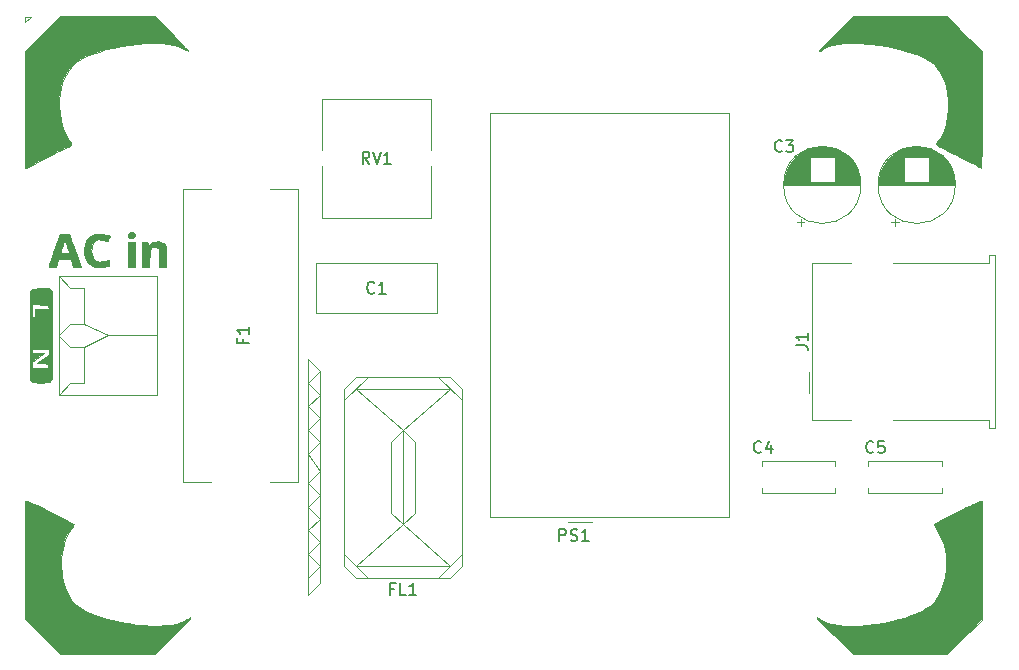
<source format=gbr>
%TF.GenerationSoftware,KiCad,Pcbnew,(5.1.7)-1*%
%TF.CreationDate,2021-03-19T19:43:08+01:00*%
%TF.ProjectId,LowNoise5V,4c6f774e-6f69-4736-9535-562e6b696361,rev?*%
%TF.SameCoordinates,Original*%
%TF.FileFunction,Legend,Top*%
%TF.FilePolarity,Positive*%
%FSLAX46Y46*%
G04 Gerber Fmt 4.6, Leading zero omitted, Abs format (unit mm)*
G04 Created by KiCad (PCBNEW (5.1.7)-1) date 2021-03-19 19:43:08*
%MOMM*%
%LPD*%
G01*
G04 APERTURE LIST*
%ADD10C,0.120000*%
%ADD11C,0.010000*%
%ADD12C,0.150000*%
G04 APERTURE END LIST*
D10*
X500000Y0D02*
X0Y0D01*
X0Y-500000D02*
X500000Y0D01*
X0Y0D02*
X0Y-500000D01*
D11*
%TO.C,G\u002A\u002A\u002A*%
G36*
X141987Y-40995501D02*
G01*
X208061Y-41014527D01*
X338638Y-41067708D01*
X524998Y-41150661D01*
X758417Y-41259007D01*
X1030173Y-41388362D01*
X1331544Y-41534346D01*
X1653807Y-41692577D01*
X1988240Y-41858674D01*
X2326121Y-42028255D01*
X2658727Y-42196940D01*
X2977336Y-42360346D01*
X3273226Y-42514093D01*
X3537674Y-42653799D01*
X3761958Y-42775082D01*
X3937357Y-42873561D01*
X4055146Y-42944854D01*
X4106605Y-42984581D01*
X4108109Y-42987764D01*
X4089295Y-43050938D01*
X4028606Y-43157664D01*
X3938525Y-43286396D01*
X3924553Y-43304595D01*
X3697004Y-43649520D01*
X3493237Y-44063014D01*
X3319026Y-44530773D01*
X3180145Y-45038491D01*
X3132509Y-45266679D01*
X3105539Y-45472453D01*
X3087860Y-45741257D01*
X3079238Y-46051852D01*
X3079439Y-46382996D01*
X3088230Y-46713448D01*
X3105376Y-47021969D01*
X3130643Y-47287317D01*
X3156617Y-47454590D01*
X3303638Y-48048224D01*
X3495932Y-48585771D01*
X3730917Y-49062293D01*
X4006013Y-49472853D01*
X4318639Y-49812514D01*
X4446341Y-49921651D01*
X4716872Y-50108346D01*
X5060363Y-50298790D01*
X5465387Y-50488308D01*
X5920513Y-50672229D01*
X6414315Y-50845879D01*
X6935364Y-51004586D01*
X7382471Y-51122137D01*
X8042029Y-51267244D01*
X8711796Y-51384822D01*
X9381462Y-51474489D01*
X10040715Y-51535864D01*
X10679243Y-51568566D01*
X11286737Y-51572214D01*
X11852883Y-51546426D01*
X12367371Y-51490822D01*
X12819890Y-51405020D01*
X13076768Y-51332594D01*
X13449744Y-51187805D01*
X13747578Y-51022154D01*
X13814449Y-50974622D01*
X13905605Y-50910421D01*
X13965808Y-50875550D01*
X13973464Y-50873456D01*
X13993319Y-50882810D01*
X13987204Y-50913636D01*
X13951310Y-50970078D01*
X13881829Y-51056282D01*
X13774953Y-51176392D01*
X13626873Y-51334554D01*
X13433782Y-51534912D01*
X13191871Y-51781610D01*
X12897332Y-52078795D01*
X12546357Y-52430611D01*
X12502534Y-52474431D01*
X11007571Y-53968948D01*
X2950798Y-53968948D01*
X4174Y-51021422D01*
X4174Y-40993322D01*
X141987Y-40995501D01*
G37*
X141987Y-40995501D02*
X208061Y-41014527D01*
X338638Y-41067708D01*
X524998Y-41150661D01*
X758417Y-41259007D01*
X1030173Y-41388362D01*
X1331544Y-41534346D01*
X1653807Y-41692577D01*
X1988240Y-41858674D01*
X2326121Y-42028255D01*
X2658727Y-42196940D01*
X2977336Y-42360346D01*
X3273226Y-42514093D01*
X3537674Y-42653799D01*
X3761958Y-42775082D01*
X3937357Y-42873561D01*
X4055146Y-42944854D01*
X4106605Y-42984581D01*
X4108109Y-42987764D01*
X4089295Y-43050938D01*
X4028606Y-43157664D01*
X3938525Y-43286396D01*
X3924553Y-43304595D01*
X3697004Y-43649520D01*
X3493237Y-44063014D01*
X3319026Y-44530773D01*
X3180145Y-45038491D01*
X3132509Y-45266679D01*
X3105539Y-45472453D01*
X3087860Y-45741257D01*
X3079238Y-46051852D01*
X3079439Y-46382996D01*
X3088230Y-46713448D01*
X3105376Y-47021969D01*
X3130643Y-47287317D01*
X3156617Y-47454590D01*
X3303638Y-48048224D01*
X3495932Y-48585771D01*
X3730917Y-49062293D01*
X4006013Y-49472853D01*
X4318639Y-49812514D01*
X4446341Y-49921651D01*
X4716872Y-50108346D01*
X5060363Y-50298790D01*
X5465387Y-50488308D01*
X5920513Y-50672229D01*
X6414315Y-50845879D01*
X6935364Y-51004586D01*
X7382471Y-51122137D01*
X8042029Y-51267244D01*
X8711796Y-51384822D01*
X9381462Y-51474489D01*
X10040715Y-51535864D01*
X10679243Y-51568566D01*
X11286737Y-51572214D01*
X11852883Y-51546426D01*
X12367371Y-51490822D01*
X12819890Y-51405020D01*
X13076768Y-51332594D01*
X13449744Y-51187805D01*
X13747578Y-51022154D01*
X13814449Y-50974622D01*
X13905605Y-50910421D01*
X13965808Y-50875550D01*
X13973464Y-50873456D01*
X13993319Y-50882810D01*
X13987204Y-50913636D01*
X13951310Y-50970078D01*
X13881829Y-51056282D01*
X13774953Y-51176392D01*
X13626873Y-51334554D01*
X13433782Y-51534912D01*
X13191871Y-51781610D01*
X12897332Y-52078795D01*
X12546357Y-52430611D01*
X12502534Y-52474431D01*
X11007571Y-53968948D01*
X2950798Y-53968948D01*
X4174Y-51021422D01*
X4174Y-40993322D01*
X141987Y-40995501D01*
G36*
X80995826Y-51063819D02*
G01*
X79543719Y-52516384D01*
X78091613Y-53968948D01*
X70066327Y-53968948D01*
X68555618Y-52480610D01*
X68192820Y-52122303D01*
X67887534Y-51818648D01*
X67636045Y-51565617D01*
X67434635Y-51359182D01*
X67279588Y-51195316D01*
X67167187Y-51069989D01*
X67093715Y-50979175D01*
X67055456Y-50918844D01*
X67048693Y-50884970D01*
X67069709Y-50873523D01*
X67072709Y-50873456D01*
X67121321Y-50896883D01*
X67207157Y-50955005D01*
X67231724Y-50973347D01*
X67529698Y-51155151D01*
X67899900Y-51304965D01*
X68335924Y-51422566D01*
X68831362Y-51507733D01*
X69379811Y-51560244D01*
X69974863Y-51579878D01*
X70610114Y-51566414D01*
X71279157Y-51519628D01*
X71975586Y-51439301D01*
X72692997Y-51325210D01*
X73384307Y-51186198D01*
X73966212Y-51043851D01*
X74524034Y-50881252D01*
X75048349Y-50702275D01*
X75529732Y-50510797D01*
X75958758Y-50310693D01*
X76326002Y-50105838D01*
X76622040Y-49900109D01*
X76725001Y-49812430D01*
X77053267Y-49456331D01*
X77336534Y-49034190D01*
X77572109Y-48553464D01*
X77757301Y-48021611D01*
X77889420Y-47446091D01*
X77965771Y-46834361D01*
X77984892Y-46321412D01*
X77953824Y-45662510D01*
X77862475Y-45041673D01*
X77712714Y-44465440D01*
X77506411Y-43940355D01*
X77245437Y-43472957D01*
X77119556Y-43294873D01*
X77005313Y-43130829D01*
X76952828Y-43021135D01*
X76954103Y-42971502D01*
X76998973Y-42939617D01*
X77111325Y-42875112D01*
X77282344Y-42782399D01*
X77503218Y-42665891D01*
X77765132Y-42530002D01*
X78059273Y-42379143D01*
X78376827Y-42217729D01*
X78708980Y-42050170D01*
X79046919Y-41880881D01*
X79381831Y-41714274D01*
X79704901Y-41554762D01*
X80007315Y-41406757D01*
X80280261Y-41274673D01*
X80514924Y-41162922D01*
X80702491Y-41075917D01*
X80834148Y-41018071D01*
X80901081Y-40993796D01*
X80905136Y-40993322D01*
X80995826Y-40993322D01*
X80995826Y-51063819D01*
G37*
X80995826Y-51063819D02*
X79543719Y-52516384D01*
X78091613Y-53968948D01*
X70066327Y-53968948D01*
X68555618Y-52480610D01*
X68192820Y-52122303D01*
X67887534Y-51818648D01*
X67636045Y-51565617D01*
X67434635Y-51359182D01*
X67279588Y-51195316D01*
X67167187Y-51069989D01*
X67093715Y-50979175D01*
X67055456Y-50918844D01*
X67048693Y-50884970D01*
X67069709Y-50873523D01*
X67072709Y-50873456D01*
X67121321Y-50896883D01*
X67207157Y-50955005D01*
X67231724Y-50973347D01*
X67529698Y-51155151D01*
X67899900Y-51304965D01*
X68335924Y-51422566D01*
X68831362Y-51507733D01*
X69379811Y-51560244D01*
X69974863Y-51579878D01*
X70610114Y-51566414D01*
X71279157Y-51519628D01*
X71975586Y-51439301D01*
X72692997Y-51325210D01*
X73384307Y-51186198D01*
X73966212Y-51043851D01*
X74524034Y-50881252D01*
X75048349Y-50702275D01*
X75529732Y-50510797D01*
X75958758Y-50310693D01*
X76326002Y-50105838D01*
X76622040Y-49900109D01*
X76725001Y-49812430D01*
X77053267Y-49456331D01*
X77336534Y-49034190D01*
X77572109Y-48553464D01*
X77757301Y-48021611D01*
X77889420Y-47446091D01*
X77965771Y-46834361D01*
X77984892Y-46321412D01*
X77953824Y-45662510D01*
X77862475Y-45041673D01*
X77712714Y-44465440D01*
X77506411Y-43940355D01*
X77245437Y-43472957D01*
X77119556Y-43294873D01*
X77005313Y-43130829D01*
X76952828Y-43021135D01*
X76954103Y-42971502D01*
X76998973Y-42939617D01*
X77111325Y-42875112D01*
X77282344Y-42782399D01*
X77503218Y-42665891D01*
X77765132Y-42530002D01*
X78059273Y-42379143D01*
X78376827Y-42217729D01*
X78708980Y-42050170D01*
X79046919Y-41880881D01*
X79381831Y-41714274D01*
X79704901Y-41554762D01*
X80007315Y-41406757D01*
X80280261Y-41274673D01*
X80514924Y-41162922D01*
X80702491Y-41075917D01*
X80834148Y-41018071D01*
X80901081Y-40993796D01*
X80905136Y-40993322D01*
X80995826Y-40993322D01*
X80995826Y-51063819D01*
G36*
X2169100Y-23122493D02*
G01*
X2272788Y-23232853D01*
X2285089Y-26865592D01*
X2286653Y-27416493D01*
X2287571Y-27945281D01*
X2287864Y-28445498D01*
X2287557Y-28910685D01*
X2286671Y-29334383D01*
X2285230Y-29710135D01*
X2283257Y-30031482D01*
X2280774Y-30291966D01*
X2277805Y-30485127D01*
X2274373Y-30604508D01*
X2271678Y-30640881D01*
X2222183Y-30774332D01*
X2144693Y-30884704D01*
X2104177Y-30922031D01*
X2059748Y-30948840D01*
X1997588Y-30966870D01*
X1903878Y-30977859D01*
X1764801Y-30983547D01*
X1566538Y-30985672D01*
X1339900Y-30985976D01*
X1080089Y-30985509D01*
X891274Y-30982953D01*
X759645Y-30976581D01*
X671390Y-30964662D01*
X612699Y-30945468D01*
X569761Y-30917270D01*
X535693Y-30885290D01*
X453666Y-30757649D01*
X408451Y-30599063D01*
X404543Y-30528878D01*
X401103Y-30380510D01*
X398156Y-30160582D01*
X395727Y-29875719D01*
X393841Y-29532542D01*
X392521Y-29137678D01*
X391794Y-28697748D01*
X391683Y-28219376D01*
X391716Y-28187312D01*
X597830Y-28187312D01*
X597830Y-28526544D01*
X1587868Y-28526544D01*
X602046Y-29226210D01*
X597830Y-29713856D01*
X2002281Y-29713856D01*
X1989121Y-29554841D01*
X1975960Y-29395826D01*
X1494602Y-29374624D01*
X1013245Y-29353422D01*
X1505203Y-28999501D01*
X1997162Y-28645580D01*
X1997162Y-28187312D01*
X597830Y-28187312D01*
X391716Y-28187312D01*
X392213Y-27709187D01*
X393409Y-27173804D01*
X394454Y-26844079D01*
X396705Y-26211657D01*
X398821Y-25658526D01*
X399643Y-25473456D01*
X597830Y-25473456D01*
X852254Y-25473456D01*
X852254Y-24752587D01*
X2002038Y-24752587D01*
X1975960Y-24392153D01*
X597830Y-24368851D01*
X597830Y-25473456D01*
X399643Y-25473456D01*
X400951Y-25179169D01*
X403250Y-24768069D01*
X405869Y-24419710D01*
X408961Y-24128575D01*
X412678Y-23889146D01*
X417173Y-23695907D01*
X422597Y-23543342D01*
X429103Y-23425933D01*
X436845Y-23338165D01*
X445973Y-23274519D01*
X456640Y-23229479D01*
X468999Y-23197529D01*
X483202Y-23173152D01*
X496342Y-23154930D01*
X585672Y-23035225D01*
X1325542Y-23023679D01*
X2065412Y-23012134D01*
X2169100Y-23122493D01*
G37*
X2169100Y-23122493D02*
X2272788Y-23232853D01*
X2285089Y-26865592D01*
X2286653Y-27416493D01*
X2287571Y-27945281D01*
X2287864Y-28445498D01*
X2287557Y-28910685D01*
X2286671Y-29334383D01*
X2285230Y-29710135D01*
X2283257Y-30031482D01*
X2280774Y-30291966D01*
X2277805Y-30485127D01*
X2274373Y-30604508D01*
X2271678Y-30640881D01*
X2222183Y-30774332D01*
X2144693Y-30884704D01*
X2104177Y-30922031D01*
X2059748Y-30948840D01*
X1997588Y-30966870D01*
X1903878Y-30977859D01*
X1764801Y-30983547D01*
X1566538Y-30985672D01*
X1339900Y-30985976D01*
X1080089Y-30985509D01*
X891274Y-30982953D01*
X759645Y-30976581D01*
X671390Y-30964662D01*
X612699Y-30945468D01*
X569761Y-30917270D01*
X535693Y-30885290D01*
X453666Y-30757649D01*
X408451Y-30599063D01*
X404543Y-30528878D01*
X401103Y-30380510D01*
X398156Y-30160582D01*
X395727Y-29875719D01*
X393841Y-29532542D01*
X392521Y-29137678D01*
X391794Y-28697748D01*
X391683Y-28219376D01*
X391716Y-28187312D01*
X597830Y-28187312D01*
X597830Y-28526544D01*
X1587868Y-28526544D01*
X602046Y-29226210D01*
X597830Y-29713856D01*
X2002281Y-29713856D01*
X1989121Y-29554841D01*
X1975960Y-29395826D01*
X1494602Y-29374624D01*
X1013245Y-29353422D01*
X1505203Y-28999501D01*
X1997162Y-28645580D01*
X1997162Y-28187312D01*
X597830Y-28187312D01*
X391716Y-28187312D01*
X392213Y-27709187D01*
X393409Y-27173804D01*
X394454Y-26844079D01*
X396705Y-26211657D01*
X398821Y-25658526D01*
X399643Y-25473456D01*
X597830Y-25473456D01*
X852254Y-25473456D01*
X852254Y-24752587D01*
X2002038Y-24752587D01*
X1975960Y-24392153D01*
X597830Y-24368851D01*
X597830Y-25473456D01*
X399643Y-25473456D01*
X400951Y-25179169D01*
X403250Y-24768069D01*
X405869Y-24419710D01*
X408961Y-24128575D01*
X412678Y-23889146D01*
X417173Y-23695907D01*
X422597Y-23543342D01*
X429103Y-23425933D01*
X436845Y-23338165D01*
X445973Y-23274519D01*
X456640Y-23229479D01*
X468999Y-23197529D01*
X483202Y-23173152D01*
X496342Y-23154930D01*
X585672Y-23035225D01*
X1325542Y-23023679D01*
X2065412Y-23012134D01*
X2169100Y-23122493D01*
G36*
X6643303Y-18422216D02*
G01*
X6866418Y-18459393D01*
X6969032Y-18490903D01*
X7083346Y-18537531D01*
X7156331Y-18572146D01*
X7170451Y-18582796D01*
X7155091Y-18627031D01*
X7117191Y-18720004D01*
X7069020Y-18833119D01*
X7022847Y-18937779D01*
X6990942Y-19005386D01*
X6984572Y-19016040D01*
X6942277Y-19008809D01*
X6842794Y-18979128D01*
X6722212Y-18938457D01*
X6469247Y-18877457D01*
X6232172Y-18873015D01*
X6030578Y-18924299D01*
X5948177Y-18971324D01*
X5808918Y-19120061D01*
X5703297Y-19329262D01*
X5636357Y-19579549D01*
X5613141Y-19851544D01*
X5638689Y-20125869D01*
X5642628Y-20145595D01*
X5728020Y-20396094D01*
X5865970Y-20580187D01*
X6055740Y-20697435D01*
X6296592Y-20747399D01*
X6587788Y-20729642D01*
X6617693Y-20724480D01*
X6775446Y-20692688D01*
X6912818Y-20659525D01*
X6983738Y-20637838D01*
X7040756Y-20620189D01*
X7071176Y-20634189D01*
X7083352Y-20696883D01*
X7085636Y-20825314D01*
X7085643Y-20845756D01*
X7085643Y-21092419D01*
X6905426Y-21146661D01*
X6707281Y-21188181D01*
X6467304Y-21211967D01*
X6217859Y-21217139D01*
X5991311Y-21202818D01*
X5843777Y-21175479D01*
X5568600Y-21057100D01*
X5346050Y-20874402D01*
X5178362Y-20631279D01*
X5067769Y-20331622D01*
X5016504Y-19979324D01*
X5015671Y-19732187D01*
X5064410Y-19357103D01*
X5174126Y-19040825D01*
X5344765Y-18783448D01*
X5576270Y-18585068D01*
X5728238Y-18501734D01*
X5904301Y-18448110D01*
X6134197Y-18416819D01*
X6389880Y-18408106D01*
X6643303Y-18422216D01*
G37*
X6643303Y-18422216D02*
X6866418Y-18459393D01*
X6969032Y-18490903D01*
X7083346Y-18537531D01*
X7156331Y-18572146D01*
X7170451Y-18582796D01*
X7155091Y-18627031D01*
X7117191Y-18720004D01*
X7069020Y-18833119D01*
X7022847Y-18937779D01*
X6990942Y-19005386D01*
X6984572Y-19016040D01*
X6942277Y-19008809D01*
X6842794Y-18979128D01*
X6722212Y-18938457D01*
X6469247Y-18877457D01*
X6232172Y-18873015D01*
X6030578Y-18924299D01*
X5948177Y-18971324D01*
X5808918Y-19120061D01*
X5703297Y-19329262D01*
X5636357Y-19579549D01*
X5613141Y-19851544D01*
X5638689Y-20125869D01*
X5642628Y-20145595D01*
X5728020Y-20396094D01*
X5865970Y-20580187D01*
X6055740Y-20697435D01*
X6296592Y-20747399D01*
X6587788Y-20729642D01*
X6617693Y-20724480D01*
X6775446Y-20692688D01*
X6912818Y-20659525D01*
X6983738Y-20637838D01*
X7040756Y-20620189D01*
X7071176Y-20634189D01*
X7083352Y-20696883D01*
X7085636Y-20825314D01*
X7085643Y-20845756D01*
X7085643Y-21092419D01*
X6905426Y-21146661D01*
X6707281Y-21188181D01*
X6467304Y-21211967D01*
X6217859Y-21217139D01*
X5991311Y-21202818D01*
X5843777Y-21175479D01*
X5568600Y-21057100D01*
X5346050Y-20874402D01*
X5178362Y-20631279D01*
X5067769Y-20331622D01*
X5016504Y-19979324D01*
X5015671Y-19732187D01*
X5064410Y-19357103D01*
X5174126Y-19040825D01*
X5344765Y-18783448D01*
X5576270Y-18585068D01*
X5728238Y-18501734D01*
X5904301Y-18448110D01*
X6134197Y-18416819D01*
X6389880Y-18408106D01*
X6643303Y-18422216D01*
G36*
X3776123Y-18550817D02*
G01*
X3804852Y-18629753D01*
X3858646Y-18777070D01*
X3933392Y-18981519D01*
X4024974Y-19231850D01*
X4129277Y-19516815D01*
X4242188Y-19825165D01*
X4287968Y-19950149D01*
X4742378Y-21190651D01*
X4091304Y-21190651D01*
X3884140Y-20533389D01*
X2829241Y-20533389D01*
X2722614Y-20862020D01*
X2615986Y-21190651D01*
X2306574Y-21190651D01*
X2156663Y-21186650D01*
X2046416Y-21176090D01*
X1996940Y-21161132D01*
X1996065Y-21158848D01*
X2009823Y-21112866D01*
X2049409Y-20996627D01*
X2111493Y-20819512D01*
X2192745Y-20590902D01*
X2289835Y-20320178D01*
X2388949Y-20045743D01*
X2976510Y-20045743D01*
X3356118Y-20045743D01*
X3523642Y-20044647D01*
X3653285Y-20041713D01*
X3726102Y-20037471D01*
X3735308Y-20035142D01*
X3721883Y-19973921D01*
X3687604Y-19856721D01*
X3638200Y-19700387D01*
X3579396Y-19521764D01*
X3516922Y-19337698D01*
X3456504Y-19165032D01*
X3403870Y-19020613D01*
X3364747Y-18921284D01*
X3344864Y-18883892D01*
X3344033Y-18884382D01*
X3322514Y-18939276D01*
X3283304Y-19055250D01*
X3233097Y-19212158D01*
X3204733Y-19303673D01*
X3145548Y-19496585D01*
X3088786Y-19681387D01*
X3043895Y-19827319D01*
X3032118Y-19865526D01*
X2976510Y-20045743D01*
X2388949Y-20045743D01*
X2399431Y-20016721D01*
X2492846Y-19759516D01*
X2990724Y-18391986D01*
X3718689Y-18391986D01*
X3776123Y-18550817D01*
G37*
X3776123Y-18550817D02*
X3804852Y-18629753D01*
X3858646Y-18777070D01*
X3933392Y-18981519D01*
X4024974Y-19231850D01*
X4129277Y-19516815D01*
X4242188Y-19825165D01*
X4287968Y-19950149D01*
X4742378Y-21190651D01*
X4091304Y-21190651D01*
X3884140Y-20533389D01*
X2829241Y-20533389D01*
X2722614Y-20862020D01*
X2615986Y-21190651D01*
X2306574Y-21190651D01*
X2156663Y-21186650D01*
X2046416Y-21176090D01*
X1996940Y-21161132D01*
X1996065Y-21158848D01*
X2009823Y-21112866D01*
X2049409Y-20996627D01*
X2111493Y-20819512D01*
X2192745Y-20590902D01*
X2289835Y-20320178D01*
X2388949Y-20045743D01*
X2976510Y-20045743D01*
X3356118Y-20045743D01*
X3523642Y-20044647D01*
X3653285Y-20041713D01*
X3726102Y-20037471D01*
X3735308Y-20035142D01*
X3721883Y-19973921D01*
X3687604Y-19856721D01*
X3638200Y-19700387D01*
X3579396Y-19521764D01*
X3516922Y-19337698D01*
X3456504Y-19165032D01*
X3403870Y-19020613D01*
X3364747Y-18921284D01*
X3344864Y-18883892D01*
X3344033Y-18884382D01*
X3322514Y-18939276D01*
X3283304Y-19055250D01*
X3233097Y-19212158D01*
X3204733Y-19303673D01*
X3145548Y-19496585D01*
X3088786Y-19681387D01*
X3043895Y-19827319D01*
X3032118Y-19865526D01*
X2976510Y-20045743D01*
X2388949Y-20045743D01*
X2399431Y-20016721D01*
X2492846Y-19759516D01*
X2990724Y-18391986D01*
X3718689Y-18391986D01*
X3776123Y-18550817D01*
G36*
X9290651Y-21190651D02*
G01*
X8696995Y-21190651D01*
X8696995Y-19070451D01*
X9290651Y-19070451D01*
X9290651Y-21190651D01*
G37*
X9290651Y-21190651D02*
X8696995Y-21190651D01*
X8696995Y-19070451D01*
X9290651Y-19070451D01*
X9290651Y-21190651D01*
G36*
X11467222Y-19075638D02*
G01*
X11653752Y-19154450D01*
X11744280Y-19213614D01*
X11813593Y-19274815D01*
X11864746Y-19349985D01*
X11900791Y-19451058D01*
X11924784Y-19589968D01*
X11939779Y-19778646D01*
X11948831Y-20029027D01*
X11954628Y-20329958D01*
X11968354Y-21190651D01*
X11368447Y-21190651D01*
X11368447Y-20446653D01*
X11368087Y-20178837D01*
X11365912Y-19982467D01*
X11360282Y-19844181D01*
X11349559Y-19750619D01*
X11332102Y-19688418D01*
X11306271Y-19644217D01*
X11270427Y-19604654D01*
X11264365Y-19598573D01*
X11127664Y-19511922D01*
X11007153Y-19494491D01*
X10862701Y-19505678D01*
X10750780Y-19545389D01*
X10667093Y-19622845D01*
X10607345Y-19747265D01*
X10567237Y-19927872D01*
X10542475Y-20173886D01*
X10528761Y-20494528D01*
X10528035Y-20522788D01*
X10511481Y-21190651D01*
X9926711Y-21190651D01*
X9926711Y-19070451D01*
X10156645Y-19070451D01*
X10289973Y-19073319D01*
X10364163Y-19091028D01*
X10404876Y-19137229D01*
X10435553Y-19218844D01*
X10484527Y-19367238D01*
X10607184Y-19244581D01*
X10778700Y-19127836D01*
X10996104Y-19059310D01*
X11234057Y-19041182D01*
X11467222Y-19075638D01*
G37*
X11467222Y-19075638D02*
X11653752Y-19154450D01*
X11744280Y-19213614D01*
X11813593Y-19274815D01*
X11864746Y-19349985D01*
X11900791Y-19451058D01*
X11924784Y-19589968D01*
X11939779Y-19778646D01*
X11948831Y-20029027D01*
X11954628Y-20329958D01*
X11968354Y-21190651D01*
X11368447Y-21190651D01*
X11368447Y-20446653D01*
X11368087Y-20178837D01*
X11365912Y-19982467D01*
X11360282Y-19844181D01*
X11349559Y-19750619D01*
X11332102Y-19688418D01*
X11306271Y-19644217D01*
X11270427Y-19604654D01*
X11264365Y-19598573D01*
X11127664Y-19511922D01*
X11007153Y-19494491D01*
X10862701Y-19505678D01*
X10750780Y-19545389D01*
X10667093Y-19622845D01*
X10607345Y-19747265D01*
X10567237Y-19927872D01*
X10542475Y-20173886D01*
X10528761Y-20494528D01*
X10528035Y-20522788D01*
X10511481Y-21190651D01*
X9926711Y-21190651D01*
X9926711Y-19070451D01*
X10156645Y-19070451D01*
X10289973Y-19073319D01*
X10364163Y-19091028D01*
X10404876Y-19137229D01*
X10435553Y-19218844D01*
X10484527Y-19367238D01*
X10607184Y-19244581D01*
X10778700Y-19127836D01*
X10996104Y-19059310D01*
X11234057Y-19041182D01*
X11467222Y-19075638D01*
G36*
X9143072Y-18269452D02*
G01*
X9236067Y-18326189D01*
X9255895Y-18348498D01*
X9323827Y-18481879D01*
X9317353Y-18605221D01*
X9246825Y-18705617D01*
X9122595Y-18770158D01*
X8955018Y-18785939D01*
X8909015Y-18780966D01*
X8780969Y-18740530D01*
X8714846Y-18655756D01*
X8696995Y-18519198D01*
X8718739Y-18376908D01*
X8791305Y-18292474D01*
X8925690Y-18256311D01*
X9002183Y-18253210D01*
X9143072Y-18269452D01*
G37*
X9143072Y-18269452D02*
X9236067Y-18326189D01*
X9255895Y-18348498D01*
X9323827Y-18481879D01*
X9317353Y-18605221D01*
X9246825Y-18705617D01*
X9122595Y-18770158D01*
X8955018Y-18785939D01*
X8909015Y-18780966D01*
X8780969Y-18740530D01*
X8714846Y-18655756D01*
X8696995Y-18519198D01*
X8718739Y-18376908D01*
X8791305Y-18292474D01*
X8925690Y-18256311D01*
X9002183Y-18253210D01*
X9143072Y-18269452D01*
G36*
X12405696Y-1428734D02*
G01*
X12692500Y-1716806D01*
X12959091Y-1986853D01*
X13199795Y-2232963D01*
X13408936Y-2449226D01*
X13580841Y-2629731D01*
X13709835Y-2768566D01*
X13790244Y-2859821D01*
X13816391Y-2897583D01*
X13816163Y-2897971D01*
X13767354Y-2893576D01*
X13677181Y-2849020D01*
X13627229Y-2816903D01*
X13328098Y-2641359D01*
X12985012Y-2499310D01*
X12591081Y-2389331D01*
X12139411Y-2309998D01*
X11623111Y-2259885D01*
X11035288Y-2237569D01*
X10817661Y-2236060D01*
X10159764Y-2253332D01*
X9486215Y-2303505D01*
X8806876Y-2384115D01*
X8131611Y-2492698D01*
X7470281Y-2626789D01*
X6832751Y-2783925D01*
X6228883Y-2961640D01*
X5668540Y-3157471D01*
X5161585Y-3368954D01*
X4717881Y-3593624D01*
X4347291Y-3829017D01*
X4299147Y-3864697D01*
X3978452Y-4158277D01*
X3694993Y-4519956D01*
X3450825Y-4940666D01*
X3248003Y-5411341D01*
X3088582Y-5922913D01*
X2974617Y-6466314D01*
X2908162Y-7032476D01*
X2891273Y-7612333D01*
X2926005Y-8196816D01*
X3014413Y-8776859D01*
X3101825Y-9147913D01*
X3183200Y-9396451D01*
X3297927Y-9677460D01*
X3433620Y-9965451D01*
X3577892Y-10234936D01*
X3718356Y-10460428D01*
X3781445Y-10546384D01*
X3880617Y-10681716D01*
X3925879Y-10772475D01*
X3924124Y-10833212D01*
X3920555Y-10840085D01*
X3878239Y-10868429D01*
X3768906Y-10930370D01*
X3601311Y-11021413D01*
X3384207Y-11137061D01*
X3126350Y-11272818D01*
X2836495Y-11424190D01*
X2523395Y-11586681D01*
X2195805Y-11755795D01*
X1862481Y-11927036D01*
X1532176Y-12095908D01*
X1213645Y-12257917D01*
X915643Y-12408566D01*
X646925Y-12543360D01*
X416244Y-12657802D01*
X232356Y-12747399D01*
X104016Y-12807653D01*
X39977Y-12834070D01*
X35977Y-12834883D01*
X31863Y-12793640D01*
X27905Y-12672841D01*
X24135Y-12477735D01*
X20587Y-12213574D01*
X17295Y-11885608D01*
X14293Y-11499089D01*
X11615Y-11059268D01*
X9294Y-10571394D01*
X7363Y-10040720D01*
X5858Y-9472495D01*
X4811Y-8871972D01*
X4257Y-8244400D01*
X4174Y-7886167D01*
X4174Y-2935272D01*
X2951700Y11352D01*
X10966077Y11352D01*
X12405696Y-1428734D01*
G37*
X12405696Y-1428734D02*
X12692500Y-1716806D01*
X12959091Y-1986853D01*
X13199795Y-2232963D01*
X13408936Y-2449226D01*
X13580841Y-2629731D01*
X13709835Y-2768566D01*
X13790244Y-2859821D01*
X13816391Y-2897583D01*
X13816163Y-2897971D01*
X13767354Y-2893576D01*
X13677181Y-2849020D01*
X13627229Y-2816903D01*
X13328098Y-2641359D01*
X12985012Y-2499310D01*
X12591081Y-2389331D01*
X12139411Y-2309998D01*
X11623111Y-2259885D01*
X11035288Y-2237569D01*
X10817661Y-2236060D01*
X10159764Y-2253332D01*
X9486215Y-2303505D01*
X8806876Y-2384115D01*
X8131611Y-2492698D01*
X7470281Y-2626789D01*
X6832751Y-2783925D01*
X6228883Y-2961640D01*
X5668540Y-3157471D01*
X5161585Y-3368954D01*
X4717881Y-3593624D01*
X4347291Y-3829017D01*
X4299147Y-3864697D01*
X3978452Y-4158277D01*
X3694993Y-4519956D01*
X3450825Y-4940666D01*
X3248003Y-5411341D01*
X3088582Y-5922913D01*
X2974617Y-6466314D01*
X2908162Y-7032476D01*
X2891273Y-7612333D01*
X2926005Y-8196816D01*
X3014413Y-8776859D01*
X3101825Y-9147913D01*
X3183200Y-9396451D01*
X3297927Y-9677460D01*
X3433620Y-9965451D01*
X3577892Y-10234936D01*
X3718356Y-10460428D01*
X3781445Y-10546384D01*
X3880617Y-10681716D01*
X3925879Y-10772475D01*
X3924124Y-10833212D01*
X3920555Y-10840085D01*
X3878239Y-10868429D01*
X3768906Y-10930370D01*
X3601311Y-11021413D01*
X3384207Y-11137061D01*
X3126350Y-11272818D01*
X2836495Y-11424190D01*
X2523395Y-11586681D01*
X2195805Y-11755795D01*
X1862481Y-11927036D01*
X1532176Y-12095908D01*
X1213645Y-12257917D01*
X915643Y-12408566D01*
X646925Y-12543360D01*
X416244Y-12657802D01*
X232356Y-12747399D01*
X104016Y-12807653D01*
X39977Y-12834070D01*
X35977Y-12834883D01*
X31863Y-12793640D01*
X27905Y-12672841D01*
X24135Y-12477735D01*
X20587Y-12213574D01*
X17295Y-11885608D01*
X14293Y-11499089D01*
X11615Y-11059268D01*
X9294Y-10571394D01*
X7363Y-10040720D01*
X5858Y-9472495D01*
X4811Y-8871972D01*
X4257Y-8244400D01*
X4174Y-7886167D01*
X4174Y-2935272D01*
X2951700Y11352D01*
X10966077Y11352D01*
X12405696Y-1428734D01*
G36*
X79543719Y-1441212D02*
G01*
X80995826Y-2893776D01*
X80995826Y-7844217D01*
X80995559Y-8484508D01*
X80994782Y-9100665D01*
X80993527Y-9687435D01*
X80991828Y-10239570D01*
X80989720Y-10751816D01*
X80987235Y-11218924D01*
X80984409Y-11635643D01*
X80981273Y-11996721D01*
X80977863Y-12296908D01*
X80974212Y-12530953D01*
X80970354Y-12693604D01*
X80966322Y-12779612D01*
X80964023Y-12792344D01*
X80920966Y-12773421D01*
X80809489Y-12720003D01*
X80636930Y-12635719D01*
X80410625Y-12524197D01*
X80137912Y-12389066D01*
X79826128Y-12233953D01*
X79482609Y-12062487D01*
X79114693Y-11878297D01*
X79040211Y-11840945D01*
X78668116Y-11653292D01*
X78319307Y-11475452D01*
X78001117Y-11311297D01*
X77720878Y-11164703D01*
X77485923Y-11039544D01*
X77303583Y-10939695D01*
X77181192Y-10869029D01*
X77126083Y-10831422D01*
X77123836Y-10828366D01*
X77134209Y-10758661D01*
X77190244Y-10655147D01*
X77228402Y-10603053D01*
X77530914Y-10159673D01*
X77772216Y-9664704D01*
X77953096Y-9115660D01*
X78074345Y-8510057D01*
X78136750Y-7845410D01*
X78141530Y-7727379D01*
X78137389Y-7063118D01*
X78077134Y-6452631D01*
X77958404Y-5884095D01*
X77778836Y-5345684D01*
X77577720Y-4905059D01*
X77386627Y-4572083D01*
X77172264Y-4279325D01*
X76925315Y-4019805D01*
X76636460Y-3786539D01*
X76296383Y-3572545D01*
X75895765Y-3370843D01*
X75425289Y-3174448D01*
X75114799Y-3059532D01*
X74266463Y-2792511D01*
X73364111Y-2574779D01*
X72424824Y-2409384D01*
X71465681Y-2299376D01*
X70579739Y-2249691D01*
X69912783Y-2245080D01*
X69321679Y-2270298D01*
X68802638Y-2326025D01*
X68351871Y-2412941D01*
X67965589Y-2531727D01*
X67640003Y-2683063D01*
X67439974Y-2813357D01*
X67320766Y-2889983D01*
X67242229Y-2913694D01*
X67214524Y-2882487D01*
X67243616Y-2846983D01*
X67327001Y-2757632D01*
X67458848Y-2620395D01*
X67633322Y-2441236D01*
X67844591Y-2226115D01*
X68086822Y-1980995D01*
X68354181Y-1711837D01*
X68640834Y-1424603D01*
X68645890Y-1419549D01*
X70077256Y11352D01*
X78091613Y11352D01*
X79543719Y-1441212D01*
G37*
X79543719Y-1441212D02*
X80995826Y-2893776D01*
X80995826Y-7844217D01*
X80995559Y-8484508D01*
X80994782Y-9100665D01*
X80993527Y-9687435D01*
X80991828Y-10239570D01*
X80989720Y-10751816D01*
X80987235Y-11218924D01*
X80984409Y-11635643D01*
X80981273Y-11996721D01*
X80977863Y-12296908D01*
X80974212Y-12530953D01*
X80970354Y-12693604D01*
X80966322Y-12779612D01*
X80964023Y-12792344D01*
X80920966Y-12773421D01*
X80809489Y-12720003D01*
X80636930Y-12635719D01*
X80410625Y-12524197D01*
X80137912Y-12389066D01*
X79826128Y-12233953D01*
X79482609Y-12062487D01*
X79114693Y-11878297D01*
X79040211Y-11840945D01*
X78668116Y-11653292D01*
X78319307Y-11475452D01*
X78001117Y-11311297D01*
X77720878Y-11164703D01*
X77485923Y-11039544D01*
X77303583Y-10939695D01*
X77181192Y-10869029D01*
X77126083Y-10831422D01*
X77123836Y-10828366D01*
X77134209Y-10758661D01*
X77190244Y-10655147D01*
X77228402Y-10603053D01*
X77530914Y-10159673D01*
X77772216Y-9664704D01*
X77953096Y-9115660D01*
X78074345Y-8510057D01*
X78136750Y-7845410D01*
X78141530Y-7727379D01*
X78137389Y-7063118D01*
X78077134Y-6452631D01*
X77958404Y-5884095D01*
X77778836Y-5345684D01*
X77577720Y-4905059D01*
X77386627Y-4572083D01*
X77172264Y-4279325D01*
X76925315Y-4019805D01*
X76636460Y-3786539D01*
X76296383Y-3572545D01*
X75895765Y-3370843D01*
X75425289Y-3174448D01*
X75114799Y-3059532D01*
X74266463Y-2792511D01*
X73364111Y-2574779D01*
X72424824Y-2409384D01*
X71465681Y-2299376D01*
X70579739Y-2249691D01*
X69912783Y-2245080D01*
X69321679Y-2270298D01*
X68802638Y-2326025D01*
X68351871Y-2412941D01*
X67965589Y-2531727D01*
X67640003Y-2683063D01*
X67439974Y-2813357D01*
X67320766Y-2889983D01*
X67242229Y-2913694D01*
X67214524Y-2882487D01*
X67243616Y-2846983D01*
X67327001Y-2757632D01*
X67458848Y-2620395D01*
X67633322Y-2441236D01*
X67844591Y-2226115D01*
X68086822Y-1980995D01*
X68354181Y-1711837D01*
X68640834Y-1424603D01*
X68645890Y-1419549D01*
X70077256Y11352D01*
X78091613Y11352D01*
X79543719Y-1441212D01*
D10*
%TO.C,J2*%
X7000000Y-27000000D02*
X11150000Y-27000000D01*
X7000000Y-27000000D02*
X5000000Y-26000000D01*
X5000000Y-28000000D02*
X7000000Y-27000000D01*
X2850000Y-22000000D02*
X3850000Y-23000000D01*
X3850000Y-23000000D02*
X5000000Y-23000000D01*
X5000000Y-26000000D02*
X3850000Y-26000000D01*
X5000000Y-23000000D02*
X5000000Y-26000000D01*
X3850000Y-26000000D02*
X2850000Y-26950000D01*
X3850000Y-28000000D02*
X2850000Y-27050000D01*
X5000000Y-28000000D02*
X3850000Y-28000000D01*
X5000000Y-31000000D02*
X5000000Y-28000000D01*
X3850000Y-31000000D02*
X5000000Y-31000000D01*
X2850000Y-32000000D02*
X3850000Y-31000000D01*
X11150000Y-22000000D02*
X11150000Y-32000000D01*
X2850000Y-22000000D02*
X11150000Y-22000000D01*
X2850000Y-32000000D02*
X2850000Y-22000000D01*
X11150000Y-32000000D02*
X2850000Y-32000000D01*
%TO.C,F1*%
X13350000Y-39400000D02*
X15750000Y-39400000D01*
X23150000Y-39400000D02*
X23150000Y-14600000D01*
X13350000Y-14600000D02*
X13350000Y-39400000D01*
X23150000Y-14600000D02*
X20750000Y-14600000D01*
X23150000Y-39400000D02*
X20750000Y-39400000D01*
X13350000Y-14600000D02*
X15750000Y-14600000D01*
%TO.C,J1*%
X66400000Y-31900000D02*
X66400000Y-30100000D01*
X81580000Y-20190000D02*
X81580000Y-20840000D01*
X81580000Y-34810000D02*
X82100000Y-34810000D01*
X73470000Y-20840000D02*
X81580000Y-20840000D01*
X82100000Y-34810000D02*
X82100000Y-20190000D01*
X82100000Y-20190000D02*
X81580000Y-20190000D01*
X66620000Y-20840000D02*
X69950000Y-20840000D01*
X66620000Y-34160000D02*
X69950000Y-34160000D01*
X66620000Y-34160000D02*
X66620000Y-20840000D01*
X81580000Y-34160000D02*
X81580000Y-34810000D01*
X81580000Y-34160000D02*
X73470000Y-34160000D01*
%TO.C,PS1*%
X39400000Y-42400000D02*
X59600000Y-42400000D01*
X59600000Y-42400000D02*
X59600000Y-8200000D01*
X59600000Y-8200000D02*
X39400000Y-8200000D01*
X39400000Y-8200000D02*
X39400000Y-42400000D01*
X46000000Y-42790000D02*
X48010000Y-42790000D01*
%TO.C,FL1*%
X25000000Y-46500000D02*
X24000000Y-47500000D01*
X24000000Y-45500000D02*
X25000000Y-46500000D01*
X25000000Y-44500000D02*
X24000000Y-45500000D01*
X24000000Y-43500000D02*
X25000000Y-44500000D01*
X25000000Y-42500000D02*
X24000000Y-43500000D01*
X24000000Y-41500000D02*
X25000000Y-42500000D01*
X25000000Y-40500000D02*
X24000000Y-41500000D01*
X24000000Y-39500000D02*
X25000000Y-40500000D01*
X25000000Y-38500000D02*
X24000000Y-39500000D01*
X24000000Y-37000000D02*
X25000000Y-38500000D01*
X25000000Y-36000000D02*
X24000000Y-37000000D01*
X24000000Y-35000000D02*
X25000000Y-36000000D01*
X25000000Y-34000000D02*
X24000000Y-35000000D01*
X24000000Y-33000000D02*
X25000000Y-34000000D01*
X25000000Y-32000000D02*
X24000000Y-33000000D01*
X24000000Y-31000000D02*
X25000000Y-32000000D01*
X25000000Y-30000000D02*
X24000000Y-31000000D01*
X25000000Y-30000000D02*
X24000000Y-29000000D01*
X25000000Y-48000000D02*
X25000000Y-30000000D01*
X24000000Y-49000000D02*
X25000000Y-48000000D01*
X24000000Y-49000000D02*
X24000000Y-29000000D01*
X31000000Y-42000000D02*
X32000000Y-43000000D01*
X31000000Y-36000000D02*
X31000000Y-42000000D01*
X32000000Y-35000000D02*
X31000000Y-36000000D01*
X33000000Y-36000000D02*
X32000000Y-35000000D01*
X33000000Y-42000000D02*
X33000000Y-36000000D01*
X32000000Y-43000000D02*
X33000000Y-42000000D01*
X32000000Y-39000000D02*
X32000000Y-35000000D01*
X28000000Y-31500000D02*
X32000000Y-35000000D01*
X32000000Y-35000000D02*
X36000000Y-31500000D01*
X32000000Y-43000000D02*
X28000000Y-46500000D01*
X32000000Y-43000000D02*
X32000000Y-39000000D01*
X36000000Y-46500000D02*
X32000000Y-43000000D01*
X28000000Y-46500000D02*
X36000000Y-46500000D01*
X36000000Y-31500000D02*
X28000000Y-31500000D01*
X35000000Y-30500000D02*
X37000000Y-32500000D01*
X29000000Y-30500000D02*
X27000000Y-32500000D01*
X29000000Y-47500000D02*
X27000000Y-45500000D01*
X37000000Y-45500000D02*
X35000000Y-47500000D01*
X36000000Y-47500000D02*
X32000000Y-47500000D01*
X37000000Y-46500000D02*
X36000000Y-47500000D01*
X37000000Y-39000000D02*
X37000000Y-46500000D01*
X28000000Y-30500000D02*
X32000000Y-30500000D01*
X27000000Y-31500000D02*
X28000000Y-30500000D01*
X27000000Y-39000000D02*
X27000000Y-31500000D01*
X27000000Y-39000000D02*
X27000000Y-46500000D01*
X28000000Y-47500000D02*
X32000000Y-47500000D01*
X27000000Y-46500000D02*
X28000000Y-47500000D01*
X36000000Y-30500000D02*
X32000000Y-30500000D01*
X37000000Y-31500000D02*
X36000000Y-30500000D01*
X37000000Y-39000000D02*
X37000000Y-31500000D01*
%TO.C,RV1*%
X34370000Y-12665000D02*
X34370000Y-17020000D01*
X34370000Y-6980000D02*
X34370000Y-11335000D01*
X25130000Y-12665000D02*
X25130000Y-17020000D01*
X25130000Y-6980000D02*
X25130000Y-11335000D01*
X25130000Y-17020000D02*
X34370000Y-17020000D01*
X25130000Y-6980000D02*
X34370000Y-6980000D01*
%TO.C,C3*%
X65346000Y-17435241D02*
X65976000Y-17435241D01*
X65661000Y-17750241D02*
X65661000Y-17120241D01*
X67098000Y-11009000D02*
X67902000Y-11009000D01*
X66867000Y-11049000D02*
X68133000Y-11049000D01*
X66698000Y-11089000D02*
X68302000Y-11089000D01*
X66560000Y-11129000D02*
X68440000Y-11129000D01*
X66441000Y-11169000D02*
X68559000Y-11169000D01*
X66335000Y-11209000D02*
X68665000Y-11209000D01*
X66238000Y-11249000D02*
X68762000Y-11249000D01*
X66150000Y-11289000D02*
X68850000Y-11289000D01*
X66068000Y-11329000D02*
X68932000Y-11329000D01*
X65991000Y-11369000D02*
X69009000Y-11369000D01*
X65919000Y-11409000D02*
X69081000Y-11409000D01*
X65850000Y-11449000D02*
X69150000Y-11449000D01*
X65786000Y-11489000D02*
X69214000Y-11489000D01*
X65724000Y-11529000D02*
X69276000Y-11529000D01*
X65666000Y-11569000D02*
X69334000Y-11569000D01*
X65610000Y-11609000D02*
X69390000Y-11609000D01*
X65556000Y-11649000D02*
X69444000Y-11649000D01*
X65505000Y-11689000D02*
X69495000Y-11689000D01*
X65456000Y-11729000D02*
X69544000Y-11729000D01*
X65408000Y-11769000D02*
X69592000Y-11769000D01*
X65363000Y-11809000D02*
X69637000Y-11809000D01*
X65318000Y-11849000D02*
X69682000Y-11849000D01*
X65276000Y-11889000D02*
X69724000Y-11889000D01*
X65235000Y-11929000D02*
X69765000Y-11929000D01*
X68540000Y-11969000D02*
X69805000Y-11969000D01*
X65195000Y-11969000D02*
X66460000Y-11969000D01*
X68540000Y-12009000D02*
X69843000Y-12009000D01*
X65157000Y-12009000D02*
X66460000Y-12009000D01*
X68540000Y-12049000D02*
X69880000Y-12049000D01*
X65120000Y-12049000D02*
X66460000Y-12049000D01*
X68540000Y-12089000D02*
X69916000Y-12089000D01*
X65084000Y-12089000D02*
X66460000Y-12089000D01*
X68540000Y-12129000D02*
X69950000Y-12129000D01*
X65050000Y-12129000D02*
X66460000Y-12129000D01*
X68540000Y-12169000D02*
X69984000Y-12169000D01*
X65016000Y-12169000D02*
X66460000Y-12169000D01*
X68540000Y-12209000D02*
X70016000Y-12209000D01*
X64984000Y-12209000D02*
X66460000Y-12209000D01*
X68540000Y-12249000D02*
X70048000Y-12249000D01*
X64952000Y-12249000D02*
X66460000Y-12249000D01*
X68540000Y-12289000D02*
X70078000Y-12289000D01*
X64922000Y-12289000D02*
X66460000Y-12289000D01*
X68540000Y-12329000D02*
X70107000Y-12329000D01*
X64893000Y-12329000D02*
X66460000Y-12329000D01*
X68540000Y-12369000D02*
X70136000Y-12369000D01*
X64864000Y-12369000D02*
X66460000Y-12369000D01*
X68540000Y-12409000D02*
X70164000Y-12409000D01*
X64836000Y-12409000D02*
X66460000Y-12409000D01*
X68540000Y-12449000D02*
X70190000Y-12449000D01*
X64810000Y-12449000D02*
X66460000Y-12449000D01*
X68540000Y-12489000D02*
X70216000Y-12489000D01*
X64784000Y-12489000D02*
X66460000Y-12489000D01*
X68540000Y-12529000D02*
X70242000Y-12529000D01*
X64758000Y-12529000D02*
X66460000Y-12529000D01*
X68540000Y-12569000D02*
X70266000Y-12569000D01*
X64734000Y-12569000D02*
X66460000Y-12569000D01*
X68540000Y-12609000D02*
X70290000Y-12609000D01*
X64710000Y-12609000D02*
X66460000Y-12609000D01*
X68540000Y-12649000D02*
X70312000Y-12649000D01*
X64688000Y-12649000D02*
X66460000Y-12649000D01*
X68540000Y-12689000D02*
X70334000Y-12689000D01*
X64666000Y-12689000D02*
X66460000Y-12689000D01*
X68540000Y-12729000D02*
X70356000Y-12729000D01*
X64644000Y-12729000D02*
X66460000Y-12729000D01*
X68540000Y-12769000D02*
X70376000Y-12769000D01*
X64624000Y-12769000D02*
X66460000Y-12769000D01*
X68540000Y-12809000D02*
X70396000Y-12809000D01*
X64604000Y-12809000D02*
X66460000Y-12809000D01*
X68540000Y-12849000D02*
X70416000Y-12849000D01*
X64584000Y-12849000D02*
X66460000Y-12849000D01*
X68540000Y-12889000D02*
X70434000Y-12889000D01*
X64566000Y-12889000D02*
X66460000Y-12889000D01*
X68540000Y-12929000D02*
X70452000Y-12929000D01*
X64548000Y-12929000D02*
X66460000Y-12929000D01*
X68540000Y-12969000D02*
X70470000Y-12969000D01*
X64530000Y-12969000D02*
X66460000Y-12969000D01*
X68540000Y-13009000D02*
X70486000Y-13009000D01*
X64514000Y-13009000D02*
X66460000Y-13009000D01*
X68540000Y-13049000D02*
X70502000Y-13049000D01*
X64498000Y-13049000D02*
X66460000Y-13049000D01*
X68540000Y-13089000D02*
X70518000Y-13089000D01*
X64482000Y-13089000D02*
X66460000Y-13089000D01*
X68540000Y-13129000D02*
X70533000Y-13129000D01*
X64467000Y-13129000D02*
X66460000Y-13129000D01*
X68540000Y-13169000D02*
X70547000Y-13169000D01*
X64453000Y-13169000D02*
X66460000Y-13169000D01*
X68540000Y-13209000D02*
X70561000Y-13209000D01*
X64439000Y-13209000D02*
X66460000Y-13209000D01*
X68540000Y-13249000D02*
X70574000Y-13249000D01*
X64426000Y-13249000D02*
X66460000Y-13249000D01*
X68540000Y-13289000D02*
X70586000Y-13289000D01*
X64414000Y-13289000D02*
X66460000Y-13289000D01*
X68540000Y-13329000D02*
X70598000Y-13329000D01*
X64402000Y-13329000D02*
X66460000Y-13329000D01*
X68540000Y-13369000D02*
X70610000Y-13369000D01*
X64390000Y-13369000D02*
X66460000Y-13369000D01*
X68540000Y-13409000D02*
X70621000Y-13409000D01*
X64379000Y-13409000D02*
X66460000Y-13409000D01*
X68540000Y-13449000D02*
X70631000Y-13449000D01*
X64369000Y-13449000D02*
X66460000Y-13449000D01*
X68540000Y-13489000D02*
X70641000Y-13489000D01*
X64359000Y-13489000D02*
X66460000Y-13489000D01*
X68540000Y-13529000D02*
X70650000Y-13529000D01*
X64350000Y-13529000D02*
X66460000Y-13529000D01*
X68540000Y-13570000D02*
X70659000Y-13570000D01*
X64341000Y-13570000D02*
X66460000Y-13570000D01*
X68540000Y-13610000D02*
X70667000Y-13610000D01*
X64333000Y-13610000D02*
X66460000Y-13610000D01*
X68540000Y-13650000D02*
X70675000Y-13650000D01*
X64325000Y-13650000D02*
X66460000Y-13650000D01*
X68540000Y-13690000D02*
X70682000Y-13690000D01*
X64318000Y-13690000D02*
X66460000Y-13690000D01*
X68540000Y-13730000D02*
X70689000Y-13730000D01*
X64311000Y-13730000D02*
X66460000Y-13730000D01*
X68540000Y-13770000D02*
X70695000Y-13770000D01*
X64305000Y-13770000D02*
X66460000Y-13770000D01*
X68540000Y-13810000D02*
X70701000Y-13810000D01*
X64299000Y-13810000D02*
X66460000Y-13810000D01*
X68540000Y-13850000D02*
X70706000Y-13850000D01*
X64294000Y-13850000D02*
X66460000Y-13850000D01*
X68540000Y-13890000D02*
X70711000Y-13890000D01*
X64289000Y-13890000D02*
X66460000Y-13890000D01*
X68540000Y-13930000D02*
X70715000Y-13930000D01*
X64285000Y-13930000D02*
X66460000Y-13930000D01*
X68540000Y-13970000D02*
X70718000Y-13970000D01*
X64282000Y-13970000D02*
X66460000Y-13970000D01*
X68540000Y-14010000D02*
X70722000Y-14010000D01*
X64278000Y-14010000D02*
X66460000Y-14010000D01*
X64276000Y-14050000D02*
X70724000Y-14050000D01*
X64273000Y-14090000D02*
X70727000Y-14090000D01*
X64272000Y-14130000D02*
X70728000Y-14130000D01*
X64270000Y-14170000D02*
X70730000Y-14170000D01*
X64270000Y-14210000D02*
X70730000Y-14210000D01*
X64270000Y-14250000D02*
X70730000Y-14250000D01*
X70770000Y-14250000D02*
G75*
G03*
X70770000Y-14250000I-3270000J0D01*
G01*
%TO.C,C1*%
X34870000Y-20880000D02*
X34870000Y-25120000D01*
X24630000Y-20880000D02*
X24630000Y-25120000D01*
X24630000Y-25120000D02*
X34870000Y-25120000D01*
X24630000Y-20880000D02*
X34870000Y-20880000D01*
%TO.C,C5*%
X77620000Y-39925000D02*
X77620000Y-40370000D01*
X77620000Y-37630000D02*
X77620000Y-38075000D01*
X71380000Y-39925000D02*
X71380000Y-40370000D01*
X71380000Y-37630000D02*
X71380000Y-38075000D01*
X71380000Y-40370000D02*
X77620000Y-40370000D01*
X71380000Y-37630000D02*
X77620000Y-37630000D01*
%TO.C,C4*%
X68620000Y-39925000D02*
X68620000Y-40370000D01*
X68620000Y-37630000D02*
X68620000Y-38075000D01*
X62380000Y-39925000D02*
X62380000Y-40370000D01*
X62380000Y-37630000D02*
X62380000Y-38075000D01*
X62380000Y-40370000D02*
X68620000Y-40370000D01*
X62380000Y-37630000D02*
X68620000Y-37630000D01*
%TO.C,C2*%
X73346000Y-17435241D02*
X73976000Y-17435241D01*
X73661000Y-17750241D02*
X73661000Y-17120241D01*
X75098000Y-11009000D02*
X75902000Y-11009000D01*
X74867000Y-11049000D02*
X76133000Y-11049000D01*
X74698000Y-11089000D02*
X76302000Y-11089000D01*
X74560000Y-11129000D02*
X76440000Y-11129000D01*
X74441000Y-11169000D02*
X76559000Y-11169000D01*
X74335000Y-11209000D02*
X76665000Y-11209000D01*
X74238000Y-11249000D02*
X76762000Y-11249000D01*
X74150000Y-11289000D02*
X76850000Y-11289000D01*
X74068000Y-11329000D02*
X76932000Y-11329000D01*
X73991000Y-11369000D02*
X77009000Y-11369000D01*
X73919000Y-11409000D02*
X77081000Y-11409000D01*
X73850000Y-11449000D02*
X77150000Y-11449000D01*
X73786000Y-11489000D02*
X77214000Y-11489000D01*
X73724000Y-11529000D02*
X77276000Y-11529000D01*
X73666000Y-11569000D02*
X77334000Y-11569000D01*
X73610000Y-11609000D02*
X77390000Y-11609000D01*
X73556000Y-11649000D02*
X77444000Y-11649000D01*
X73505000Y-11689000D02*
X77495000Y-11689000D01*
X73456000Y-11729000D02*
X77544000Y-11729000D01*
X73408000Y-11769000D02*
X77592000Y-11769000D01*
X73363000Y-11809000D02*
X77637000Y-11809000D01*
X73318000Y-11849000D02*
X77682000Y-11849000D01*
X73276000Y-11889000D02*
X77724000Y-11889000D01*
X73235000Y-11929000D02*
X77765000Y-11929000D01*
X76540000Y-11969000D02*
X77805000Y-11969000D01*
X73195000Y-11969000D02*
X74460000Y-11969000D01*
X76540000Y-12009000D02*
X77843000Y-12009000D01*
X73157000Y-12009000D02*
X74460000Y-12009000D01*
X76540000Y-12049000D02*
X77880000Y-12049000D01*
X73120000Y-12049000D02*
X74460000Y-12049000D01*
X76540000Y-12089000D02*
X77916000Y-12089000D01*
X73084000Y-12089000D02*
X74460000Y-12089000D01*
X76540000Y-12129000D02*
X77950000Y-12129000D01*
X73050000Y-12129000D02*
X74460000Y-12129000D01*
X76540000Y-12169000D02*
X77984000Y-12169000D01*
X73016000Y-12169000D02*
X74460000Y-12169000D01*
X76540000Y-12209000D02*
X78016000Y-12209000D01*
X72984000Y-12209000D02*
X74460000Y-12209000D01*
X76540000Y-12249000D02*
X78048000Y-12249000D01*
X72952000Y-12249000D02*
X74460000Y-12249000D01*
X76540000Y-12289000D02*
X78078000Y-12289000D01*
X72922000Y-12289000D02*
X74460000Y-12289000D01*
X76540000Y-12329000D02*
X78107000Y-12329000D01*
X72893000Y-12329000D02*
X74460000Y-12329000D01*
X76540000Y-12369000D02*
X78136000Y-12369000D01*
X72864000Y-12369000D02*
X74460000Y-12369000D01*
X76540000Y-12409000D02*
X78164000Y-12409000D01*
X72836000Y-12409000D02*
X74460000Y-12409000D01*
X76540000Y-12449000D02*
X78190000Y-12449000D01*
X72810000Y-12449000D02*
X74460000Y-12449000D01*
X76540000Y-12489000D02*
X78216000Y-12489000D01*
X72784000Y-12489000D02*
X74460000Y-12489000D01*
X76540000Y-12529000D02*
X78242000Y-12529000D01*
X72758000Y-12529000D02*
X74460000Y-12529000D01*
X76540000Y-12569000D02*
X78266000Y-12569000D01*
X72734000Y-12569000D02*
X74460000Y-12569000D01*
X76540000Y-12609000D02*
X78290000Y-12609000D01*
X72710000Y-12609000D02*
X74460000Y-12609000D01*
X76540000Y-12649000D02*
X78312000Y-12649000D01*
X72688000Y-12649000D02*
X74460000Y-12649000D01*
X76540000Y-12689000D02*
X78334000Y-12689000D01*
X72666000Y-12689000D02*
X74460000Y-12689000D01*
X76540000Y-12729000D02*
X78356000Y-12729000D01*
X72644000Y-12729000D02*
X74460000Y-12729000D01*
X76540000Y-12769000D02*
X78376000Y-12769000D01*
X72624000Y-12769000D02*
X74460000Y-12769000D01*
X76540000Y-12809000D02*
X78396000Y-12809000D01*
X72604000Y-12809000D02*
X74460000Y-12809000D01*
X76540000Y-12849000D02*
X78416000Y-12849000D01*
X72584000Y-12849000D02*
X74460000Y-12849000D01*
X76540000Y-12889000D02*
X78434000Y-12889000D01*
X72566000Y-12889000D02*
X74460000Y-12889000D01*
X76540000Y-12929000D02*
X78452000Y-12929000D01*
X72548000Y-12929000D02*
X74460000Y-12929000D01*
X76540000Y-12969000D02*
X78470000Y-12969000D01*
X72530000Y-12969000D02*
X74460000Y-12969000D01*
X76540000Y-13009000D02*
X78486000Y-13009000D01*
X72514000Y-13009000D02*
X74460000Y-13009000D01*
X76540000Y-13049000D02*
X78502000Y-13049000D01*
X72498000Y-13049000D02*
X74460000Y-13049000D01*
X76540000Y-13089000D02*
X78518000Y-13089000D01*
X72482000Y-13089000D02*
X74460000Y-13089000D01*
X76540000Y-13129000D02*
X78533000Y-13129000D01*
X72467000Y-13129000D02*
X74460000Y-13129000D01*
X76540000Y-13169000D02*
X78547000Y-13169000D01*
X72453000Y-13169000D02*
X74460000Y-13169000D01*
X76540000Y-13209000D02*
X78561000Y-13209000D01*
X72439000Y-13209000D02*
X74460000Y-13209000D01*
X76540000Y-13249000D02*
X78574000Y-13249000D01*
X72426000Y-13249000D02*
X74460000Y-13249000D01*
X76540000Y-13289000D02*
X78586000Y-13289000D01*
X72414000Y-13289000D02*
X74460000Y-13289000D01*
X76540000Y-13329000D02*
X78598000Y-13329000D01*
X72402000Y-13329000D02*
X74460000Y-13329000D01*
X76540000Y-13369000D02*
X78610000Y-13369000D01*
X72390000Y-13369000D02*
X74460000Y-13369000D01*
X76540000Y-13409000D02*
X78621000Y-13409000D01*
X72379000Y-13409000D02*
X74460000Y-13409000D01*
X76540000Y-13449000D02*
X78631000Y-13449000D01*
X72369000Y-13449000D02*
X74460000Y-13449000D01*
X76540000Y-13489000D02*
X78641000Y-13489000D01*
X72359000Y-13489000D02*
X74460000Y-13489000D01*
X76540000Y-13529000D02*
X78650000Y-13529000D01*
X72350000Y-13529000D02*
X74460000Y-13529000D01*
X76540000Y-13570000D02*
X78659000Y-13570000D01*
X72341000Y-13570000D02*
X74460000Y-13570000D01*
X76540000Y-13610000D02*
X78667000Y-13610000D01*
X72333000Y-13610000D02*
X74460000Y-13610000D01*
X76540000Y-13650000D02*
X78675000Y-13650000D01*
X72325000Y-13650000D02*
X74460000Y-13650000D01*
X76540000Y-13690000D02*
X78682000Y-13690000D01*
X72318000Y-13690000D02*
X74460000Y-13690000D01*
X76540000Y-13730000D02*
X78689000Y-13730000D01*
X72311000Y-13730000D02*
X74460000Y-13730000D01*
X76540000Y-13770000D02*
X78695000Y-13770000D01*
X72305000Y-13770000D02*
X74460000Y-13770000D01*
X76540000Y-13810000D02*
X78701000Y-13810000D01*
X72299000Y-13810000D02*
X74460000Y-13810000D01*
X76540000Y-13850000D02*
X78706000Y-13850000D01*
X72294000Y-13850000D02*
X74460000Y-13850000D01*
X76540000Y-13890000D02*
X78711000Y-13890000D01*
X72289000Y-13890000D02*
X74460000Y-13890000D01*
X76540000Y-13930000D02*
X78715000Y-13930000D01*
X72285000Y-13930000D02*
X74460000Y-13930000D01*
X76540000Y-13970000D02*
X78718000Y-13970000D01*
X72282000Y-13970000D02*
X74460000Y-13970000D01*
X76540000Y-14010000D02*
X78722000Y-14010000D01*
X72278000Y-14010000D02*
X74460000Y-14010000D01*
X72276000Y-14050000D02*
X78724000Y-14050000D01*
X72273000Y-14090000D02*
X78727000Y-14090000D01*
X72272000Y-14130000D02*
X78728000Y-14130000D01*
X72270000Y-14170000D02*
X78730000Y-14170000D01*
X72270000Y-14210000D02*
X78730000Y-14210000D01*
X72270000Y-14250000D02*
X78730000Y-14250000D01*
X78770000Y-14250000D02*
G75*
G03*
X78770000Y-14250000I-3270000J0D01*
G01*
%TO.C,F1*%
D12*
X18428571Y-27333333D02*
X18428571Y-27666666D01*
X18952380Y-27666666D02*
X17952380Y-27666666D01*
X17952380Y-27190476D01*
X18952380Y-26285714D02*
X18952380Y-26857142D01*
X18952380Y-26571428D02*
X17952380Y-26571428D01*
X18095238Y-26666666D01*
X18190476Y-26761904D01*
X18238095Y-26857142D01*
%TO.C,J1*%
X65262380Y-27833333D02*
X65976666Y-27833333D01*
X66119523Y-27880952D01*
X66214761Y-27976190D01*
X66262380Y-28119047D01*
X66262380Y-28214285D01*
X66262380Y-26833333D02*
X66262380Y-27404761D01*
X66262380Y-27119047D02*
X65262380Y-27119047D01*
X65405238Y-27214285D01*
X65500476Y-27309523D01*
X65548095Y-27404761D01*
%TO.C,PS1*%
X45235714Y-44392380D02*
X45235714Y-43392380D01*
X45616666Y-43392380D01*
X45711904Y-43440000D01*
X45759523Y-43487619D01*
X45807142Y-43582857D01*
X45807142Y-43725714D01*
X45759523Y-43820952D01*
X45711904Y-43868571D01*
X45616666Y-43916190D01*
X45235714Y-43916190D01*
X46188095Y-44344761D02*
X46330952Y-44392380D01*
X46569047Y-44392380D01*
X46664285Y-44344761D01*
X46711904Y-44297142D01*
X46759523Y-44201904D01*
X46759523Y-44106666D01*
X46711904Y-44011428D01*
X46664285Y-43963809D01*
X46569047Y-43916190D01*
X46378571Y-43868571D01*
X46283333Y-43820952D01*
X46235714Y-43773333D01*
X46188095Y-43678095D01*
X46188095Y-43582857D01*
X46235714Y-43487619D01*
X46283333Y-43440000D01*
X46378571Y-43392380D01*
X46616666Y-43392380D01*
X46759523Y-43440000D01*
X47711904Y-44392380D02*
X47140476Y-44392380D01*
X47426190Y-44392380D02*
X47426190Y-43392380D01*
X47330952Y-43535238D01*
X47235714Y-43630476D01*
X47140476Y-43678095D01*
%TO.C,FL1*%
X31261904Y-48428571D02*
X30928571Y-48428571D01*
X30928571Y-48952380D02*
X30928571Y-47952380D01*
X31404761Y-47952380D01*
X32261904Y-48952380D02*
X31785714Y-48952380D01*
X31785714Y-47952380D01*
X33119047Y-48952380D02*
X32547619Y-48952380D01*
X32833333Y-48952380D02*
X32833333Y-47952380D01*
X32738095Y-48095238D01*
X32642857Y-48190476D01*
X32547619Y-48238095D01*
%TO.C,RV1*%
X29154761Y-12452380D02*
X28821428Y-11976190D01*
X28583333Y-12452380D02*
X28583333Y-11452380D01*
X28964285Y-11452380D01*
X29059523Y-11500000D01*
X29107142Y-11547619D01*
X29154761Y-11642857D01*
X29154761Y-11785714D01*
X29107142Y-11880952D01*
X29059523Y-11928571D01*
X28964285Y-11976190D01*
X28583333Y-11976190D01*
X29440476Y-11452380D02*
X29773809Y-12452380D01*
X30107142Y-11452380D01*
X30964285Y-12452380D02*
X30392857Y-12452380D01*
X30678571Y-12452380D02*
X30678571Y-11452380D01*
X30583333Y-11595238D01*
X30488095Y-11690476D01*
X30392857Y-11738095D01*
%TO.C,C3*%
X64083333Y-11357142D02*
X64035714Y-11404761D01*
X63892857Y-11452380D01*
X63797619Y-11452380D01*
X63654761Y-11404761D01*
X63559523Y-11309523D01*
X63511904Y-11214285D01*
X63464285Y-11023809D01*
X63464285Y-10880952D01*
X63511904Y-10690476D01*
X63559523Y-10595238D01*
X63654761Y-10500000D01*
X63797619Y-10452380D01*
X63892857Y-10452380D01*
X64035714Y-10500000D01*
X64083333Y-10547619D01*
X64416666Y-10452380D02*
X65035714Y-10452380D01*
X64702380Y-10833333D01*
X64845238Y-10833333D01*
X64940476Y-10880952D01*
X64988095Y-10928571D01*
X65035714Y-11023809D01*
X65035714Y-11261904D01*
X64988095Y-11357142D01*
X64940476Y-11404761D01*
X64845238Y-11452380D01*
X64559523Y-11452380D01*
X64464285Y-11404761D01*
X64416666Y-11357142D01*
%TO.C,C1*%
X29583333Y-23357142D02*
X29535714Y-23404761D01*
X29392857Y-23452380D01*
X29297619Y-23452380D01*
X29154761Y-23404761D01*
X29059523Y-23309523D01*
X29011904Y-23214285D01*
X28964285Y-23023809D01*
X28964285Y-22880952D01*
X29011904Y-22690476D01*
X29059523Y-22595238D01*
X29154761Y-22500000D01*
X29297619Y-22452380D01*
X29392857Y-22452380D01*
X29535714Y-22500000D01*
X29583333Y-22547619D01*
X30535714Y-23452380D02*
X29964285Y-23452380D01*
X30250000Y-23452380D02*
X30250000Y-22452380D01*
X30154761Y-22595238D01*
X30059523Y-22690476D01*
X29964285Y-22738095D01*
%TO.C,C5*%
X71833333Y-36857142D02*
X71785714Y-36904761D01*
X71642857Y-36952380D01*
X71547619Y-36952380D01*
X71404761Y-36904761D01*
X71309523Y-36809523D01*
X71261904Y-36714285D01*
X71214285Y-36523809D01*
X71214285Y-36380952D01*
X71261904Y-36190476D01*
X71309523Y-36095238D01*
X71404761Y-36000000D01*
X71547619Y-35952380D01*
X71642857Y-35952380D01*
X71785714Y-36000000D01*
X71833333Y-36047619D01*
X72738095Y-35952380D02*
X72261904Y-35952380D01*
X72214285Y-36428571D01*
X72261904Y-36380952D01*
X72357142Y-36333333D01*
X72595238Y-36333333D01*
X72690476Y-36380952D01*
X72738095Y-36428571D01*
X72785714Y-36523809D01*
X72785714Y-36761904D01*
X72738095Y-36857142D01*
X72690476Y-36904761D01*
X72595238Y-36952380D01*
X72357142Y-36952380D01*
X72261904Y-36904761D01*
X72214285Y-36857142D01*
%TO.C,C4*%
X62333333Y-36857142D02*
X62285714Y-36904761D01*
X62142857Y-36952380D01*
X62047619Y-36952380D01*
X61904761Y-36904761D01*
X61809523Y-36809523D01*
X61761904Y-36714285D01*
X61714285Y-36523809D01*
X61714285Y-36380952D01*
X61761904Y-36190476D01*
X61809523Y-36095238D01*
X61904761Y-36000000D01*
X62047619Y-35952380D01*
X62142857Y-35952380D01*
X62285714Y-36000000D01*
X62333333Y-36047619D01*
X63190476Y-36285714D02*
X63190476Y-36952380D01*
X62952380Y-35904761D02*
X62714285Y-36619047D01*
X63333333Y-36619047D01*
%TO.C,C2*%
X78583333Y-11357142D02*
X78535714Y-11404761D01*
X78392857Y-11452380D01*
X78297619Y-11452380D01*
X78154761Y-11404761D01*
X78059523Y-11309523D01*
X78011904Y-11214285D01*
X77964285Y-11023809D01*
X77964285Y-10880952D01*
X78011904Y-10690476D01*
X78059523Y-10595238D01*
X78154761Y-10500000D01*
X78297619Y-10452380D01*
X78392857Y-10452380D01*
X78535714Y-10500000D01*
X78583333Y-10547619D01*
X78964285Y-10547619D02*
X79011904Y-10500000D01*
X79107142Y-10452380D01*
X79345238Y-10452380D01*
X79440476Y-10500000D01*
X79488095Y-10547619D01*
X79535714Y-10642857D01*
X79535714Y-10738095D01*
X79488095Y-10880952D01*
X78916666Y-11452380D01*
X79535714Y-11452380D01*
%TD*%
M02*

</source>
